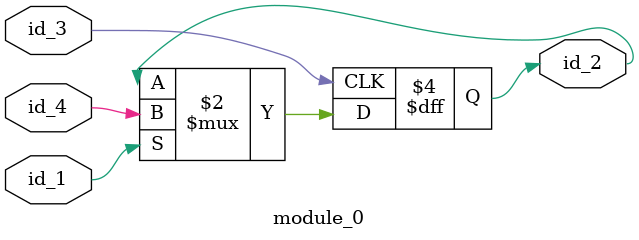
<source format=v>
module module_0 (
    id_1,
    id_2,
    id_3,
    id_4
);
  input id_4;
  input id_3;
  output id_2;
  input id_1;
  always @(posedge id_3)
    if (id_1) begin
      id_2 <= id_4;
    end
  id_5 id_6 (
      .id_7(id_7),
      .id_7(id_8),
      .id_7(id_8),
      .id_8(id_7)
  );
endmodule

</source>
